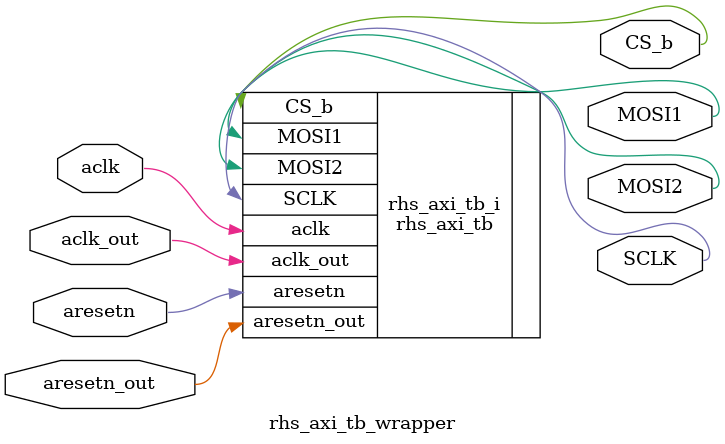
<source format=v>
`timescale 1 ps / 1 ps

module rhs_axi_tb_wrapper
   (CS_b,
    MOSI1,
    MOSI2,
    SCLK,
    aclk,
    aclk_out,
    aresetn,
    aresetn_out);
  output CS_b;
  output MOSI1;
  output MOSI2;
  output SCLK;
  input aclk;
  input aclk_out;
  input aresetn;
  input aresetn_out;

  wire CS_b;
  wire MOSI1;
  wire MOSI2;
  wire SCLK;
  wire aclk;
  wire aclk_out;
  wire aresetn;
  wire aresetn_out;

  rhs_axi_tb rhs_axi_tb_i
       (.CS_b(CS_b),
        .MOSI1(MOSI1),
        .MOSI2(MOSI2),
        .SCLK(SCLK),
        .aclk(aclk),
        .aclk_out(aclk_out),
        .aresetn(aresetn),
        .aresetn_out(aresetn_out));
endmodule

</source>
